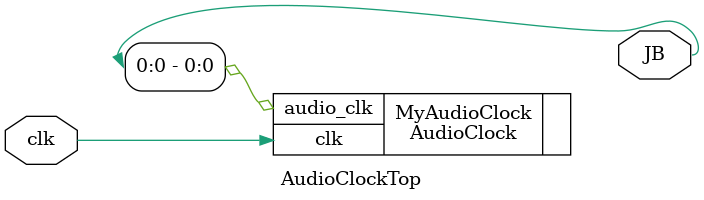
<source format=v>
`timescale 1ns / 1ps


module AudioClockTop(
    input clk,
    output [7:0] JB
    );
    
    AudioClock MyAudioClock (.clk (clk),
                            .audio_clk (JB[0])
                            );
    
endmodule

</source>
